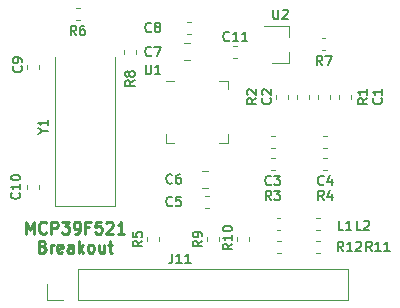
<source format=gto>
%TF.GenerationSoftware,KiCad,Pcbnew,(5.99.0-8018-g9a0f685a75)*%
%TF.CreationDate,2021-08-15T15:04:04+09:30*%
%TF.ProjectId,MCP39F521_Breakout,4d435033-3946-4353-9231-5f427265616b,rev?*%
%TF.SameCoordinates,Original*%
%TF.FileFunction,Legend,Top*%
%TF.FilePolarity,Positive*%
%FSLAX46Y46*%
G04 Gerber Fmt 4.6, Leading zero omitted, Abs format (unit mm)*
G04 Created by KiCad (PCBNEW (5.99.0-8018-g9a0f685a75)) date 2021-08-15 15:04:04*
%MOMM*%
%LPD*%
G01*
G04 APERTURE LIST*
%ADD10C,0.250000*%
%ADD11C,0.200000*%
%ADD12C,0.120000*%
G04 APERTURE END LIST*
D10*
X117523142Y-118265380D02*
X117523142Y-117265380D01*
X117856476Y-117979666D01*
X118189809Y-117265380D01*
X118189809Y-118265380D01*
X119237428Y-118170142D02*
X119189809Y-118217761D01*
X119046952Y-118265380D01*
X118951714Y-118265380D01*
X118808857Y-118217761D01*
X118713619Y-118122523D01*
X118666000Y-118027285D01*
X118618380Y-117836809D01*
X118618380Y-117693952D01*
X118666000Y-117503476D01*
X118713619Y-117408238D01*
X118808857Y-117313000D01*
X118951714Y-117265380D01*
X119046952Y-117265380D01*
X119189809Y-117313000D01*
X119237428Y-117360619D01*
X119666000Y-118265380D02*
X119666000Y-117265380D01*
X120046952Y-117265380D01*
X120142190Y-117313000D01*
X120189809Y-117360619D01*
X120237428Y-117455857D01*
X120237428Y-117598714D01*
X120189809Y-117693952D01*
X120142190Y-117741571D01*
X120046952Y-117789190D01*
X119666000Y-117789190D01*
X120570761Y-117265380D02*
X121189809Y-117265380D01*
X120856476Y-117646333D01*
X120999333Y-117646333D01*
X121094571Y-117693952D01*
X121142190Y-117741571D01*
X121189809Y-117836809D01*
X121189809Y-118074904D01*
X121142190Y-118170142D01*
X121094571Y-118217761D01*
X120999333Y-118265380D01*
X120713619Y-118265380D01*
X120618380Y-118217761D01*
X120570761Y-118170142D01*
X121666000Y-118265380D02*
X121856476Y-118265380D01*
X121951714Y-118217761D01*
X121999333Y-118170142D01*
X122094571Y-118027285D01*
X122142190Y-117836809D01*
X122142190Y-117455857D01*
X122094571Y-117360619D01*
X122046952Y-117313000D01*
X121951714Y-117265380D01*
X121761238Y-117265380D01*
X121666000Y-117313000D01*
X121618380Y-117360619D01*
X121570761Y-117455857D01*
X121570761Y-117693952D01*
X121618380Y-117789190D01*
X121666000Y-117836809D01*
X121761238Y-117884428D01*
X121951714Y-117884428D01*
X122046952Y-117836809D01*
X122094571Y-117789190D01*
X122142190Y-117693952D01*
X122904095Y-117741571D02*
X122570761Y-117741571D01*
X122570761Y-118265380D02*
X122570761Y-117265380D01*
X123046952Y-117265380D01*
X123904095Y-117265380D02*
X123427904Y-117265380D01*
X123380285Y-117741571D01*
X123427904Y-117693952D01*
X123523142Y-117646333D01*
X123761238Y-117646333D01*
X123856476Y-117693952D01*
X123904095Y-117741571D01*
X123951714Y-117836809D01*
X123951714Y-118074904D01*
X123904095Y-118170142D01*
X123856476Y-118217761D01*
X123761238Y-118265380D01*
X123523142Y-118265380D01*
X123427904Y-118217761D01*
X123380285Y-118170142D01*
X124332666Y-117360619D02*
X124380285Y-117313000D01*
X124475523Y-117265380D01*
X124713619Y-117265380D01*
X124808857Y-117313000D01*
X124856476Y-117360619D01*
X124904095Y-117455857D01*
X124904095Y-117551095D01*
X124856476Y-117693952D01*
X124285047Y-118265380D01*
X124904095Y-118265380D01*
X125856476Y-118265380D02*
X125285047Y-118265380D01*
X125570761Y-118265380D02*
X125570761Y-117265380D01*
X125475523Y-117408238D01*
X125380285Y-117503476D01*
X125285047Y-117551095D01*
X118951714Y-119351571D02*
X119094571Y-119399190D01*
X119142190Y-119446809D01*
X119189809Y-119542047D01*
X119189809Y-119684904D01*
X119142190Y-119780142D01*
X119094571Y-119827761D01*
X118999333Y-119875380D01*
X118618380Y-119875380D01*
X118618380Y-118875380D01*
X118951714Y-118875380D01*
X119046952Y-118923000D01*
X119094571Y-118970619D01*
X119142190Y-119065857D01*
X119142190Y-119161095D01*
X119094571Y-119256333D01*
X119046952Y-119303952D01*
X118951714Y-119351571D01*
X118618380Y-119351571D01*
X119618380Y-119875380D02*
X119618380Y-119208714D01*
X119618380Y-119399190D02*
X119666000Y-119303952D01*
X119713619Y-119256333D01*
X119808857Y-119208714D01*
X119904095Y-119208714D01*
X120618380Y-119827761D02*
X120523142Y-119875380D01*
X120332666Y-119875380D01*
X120237428Y-119827761D01*
X120189809Y-119732523D01*
X120189809Y-119351571D01*
X120237428Y-119256333D01*
X120332666Y-119208714D01*
X120523142Y-119208714D01*
X120618380Y-119256333D01*
X120666000Y-119351571D01*
X120666000Y-119446809D01*
X120189809Y-119542047D01*
X121523142Y-119875380D02*
X121523142Y-119351571D01*
X121475523Y-119256333D01*
X121380285Y-119208714D01*
X121189809Y-119208714D01*
X121094571Y-119256333D01*
X121523142Y-119827761D02*
X121427904Y-119875380D01*
X121189809Y-119875380D01*
X121094571Y-119827761D01*
X121046952Y-119732523D01*
X121046952Y-119637285D01*
X121094571Y-119542047D01*
X121189809Y-119494428D01*
X121427904Y-119494428D01*
X121523142Y-119446809D01*
X121999333Y-119875380D02*
X121999333Y-118875380D01*
X122094571Y-119494428D02*
X122380285Y-119875380D01*
X122380285Y-119208714D02*
X121999333Y-119589666D01*
X122951714Y-119875380D02*
X122856476Y-119827761D01*
X122808857Y-119780142D01*
X122761238Y-119684904D01*
X122761238Y-119399190D01*
X122808857Y-119303952D01*
X122856476Y-119256333D01*
X122951714Y-119208714D01*
X123094571Y-119208714D01*
X123189809Y-119256333D01*
X123237428Y-119303952D01*
X123285047Y-119399190D01*
X123285047Y-119684904D01*
X123237428Y-119780142D01*
X123189809Y-119827761D01*
X123094571Y-119875380D01*
X122951714Y-119875380D01*
X124142190Y-119208714D02*
X124142190Y-119875380D01*
X123713619Y-119208714D02*
X123713619Y-119732523D01*
X123761238Y-119827761D01*
X123856476Y-119875380D01*
X123999333Y-119875380D01*
X124094571Y-119827761D01*
X124142190Y-119780142D01*
X124475523Y-119208714D02*
X124856476Y-119208714D01*
X124618380Y-118875380D02*
X124618380Y-119732523D01*
X124666000Y-119827761D01*
X124761238Y-119875380D01*
X124856476Y-119875380D01*
D11*
%TO.C,R4*%
X142741666Y-115423904D02*
X142475000Y-115042952D01*
X142284523Y-115423904D02*
X142284523Y-114623904D01*
X142589285Y-114623904D01*
X142665476Y-114662000D01*
X142703571Y-114700095D01*
X142741666Y-114776285D01*
X142741666Y-114890571D01*
X142703571Y-114966761D01*
X142665476Y-115004857D01*
X142589285Y-115042952D01*
X142284523Y-115042952D01*
X143427380Y-114890571D02*
X143427380Y-115423904D01*
X143236904Y-114585809D02*
X143046428Y-115157238D01*
X143541666Y-115157238D01*
%TO.C,R7*%
X142614166Y-103993904D02*
X142347500Y-103612952D01*
X142157023Y-103993904D02*
X142157023Y-103193904D01*
X142461785Y-103193904D01*
X142537976Y-103232000D01*
X142576071Y-103270095D01*
X142614166Y-103346285D01*
X142614166Y-103460571D01*
X142576071Y-103536761D01*
X142537976Y-103574857D01*
X142461785Y-103612952D01*
X142157023Y-103612952D01*
X142880833Y-103193904D02*
X143414166Y-103193904D01*
X143071309Y-103993904D01*
%TO.C,R1*%
X146411904Y-106813333D02*
X146030952Y-107080000D01*
X146411904Y-107270476D02*
X145611904Y-107270476D01*
X145611904Y-106965714D01*
X145650000Y-106889523D01*
X145688095Y-106851428D01*
X145764285Y-106813333D01*
X145878571Y-106813333D01*
X145954761Y-106851428D01*
X145992857Y-106889523D01*
X146030952Y-106965714D01*
X146030952Y-107270476D01*
X146411904Y-106051428D02*
X146411904Y-106508571D01*
X146411904Y-106280000D02*
X145611904Y-106280000D01*
X145726190Y-106356190D01*
X145802380Y-106432380D01*
X145840476Y-106508571D01*
%TO.C,R5*%
X127361904Y-118878333D02*
X126980952Y-119145000D01*
X127361904Y-119335476D02*
X126561904Y-119335476D01*
X126561904Y-119030714D01*
X126600000Y-118954523D01*
X126638095Y-118916428D01*
X126714285Y-118878333D01*
X126828571Y-118878333D01*
X126904761Y-118916428D01*
X126942857Y-118954523D01*
X126980952Y-119030714D01*
X126980952Y-119335476D01*
X126561904Y-118154523D02*
X126561904Y-118535476D01*
X126942857Y-118573571D01*
X126904761Y-118535476D01*
X126866666Y-118459285D01*
X126866666Y-118268809D01*
X126904761Y-118192619D01*
X126942857Y-118154523D01*
X127019047Y-118116428D01*
X127209523Y-118116428D01*
X127285714Y-118154523D01*
X127323809Y-118192619D01*
X127361904Y-118268809D01*
X127361904Y-118459285D01*
X127323809Y-118535476D01*
X127285714Y-118573571D01*
%TO.C,R12*%
X144392714Y-119741904D02*
X144126047Y-119360952D01*
X143935571Y-119741904D02*
X143935571Y-118941904D01*
X144240333Y-118941904D01*
X144316523Y-118980000D01*
X144354619Y-119018095D01*
X144392714Y-119094285D01*
X144392714Y-119208571D01*
X144354619Y-119284761D01*
X144316523Y-119322857D01*
X144240333Y-119360952D01*
X143935571Y-119360952D01*
X145154619Y-119741904D02*
X144697476Y-119741904D01*
X144926047Y-119741904D02*
X144926047Y-118941904D01*
X144849857Y-119056190D01*
X144773666Y-119132380D01*
X144697476Y-119170476D01*
X145459380Y-119018095D02*
X145497476Y-118980000D01*
X145573666Y-118941904D01*
X145764142Y-118941904D01*
X145840333Y-118980000D01*
X145878428Y-119018095D01*
X145916523Y-119094285D01*
X145916523Y-119170476D01*
X145878428Y-119284761D01*
X145421285Y-119741904D01*
X145916523Y-119741904D01*
%TO.C,C5*%
X129914666Y-115855714D02*
X129876571Y-115893809D01*
X129762285Y-115931904D01*
X129686095Y-115931904D01*
X129571809Y-115893809D01*
X129495619Y-115817619D01*
X129457523Y-115741428D01*
X129419428Y-115589047D01*
X129419428Y-115474761D01*
X129457523Y-115322380D01*
X129495619Y-115246190D01*
X129571809Y-115170000D01*
X129686095Y-115131904D01*
X129762285Y-115131904D01*
X129876571Y-115170000D01*
X129914666Y-115208095D01*
X130638476Y-115131904D02*
X130257523Y-115131904D01*
X130219428Y-115512857D01*
X130257523Y-115474761D01*
X130333714Y-115436666D01*
X130524190Y-115436666D01*
X130600380Y-115474761D01*
X130638476Y-115512857D01*
X130676571Y-115589047D01*
X130676571Y-115779523D01*
X130638476Y-115855714D01*
X130600380Y-115893809D01*
X130524190Y-115931904D01*
X130333714Y-115931904D01*
X130257523Y-115893809D01*
X130219428Y-115855714D01*
%TO.C,L2*%
X145916666Y-117963904D02*
X145535714Y-117963904D01*
X145535714Y-117163904D01*
X146145238Y-117240095D02*
X146183333Y-117202000D01*
X146259523Y-117163904D01*
X146450000Y-117163904D01*
X146526190Y-117202000D01*
X146564285Y-117240095D01*
X146602380Y-117316285D01*
X146602380Y-117392476D01*
X146564285Y-117506761D01*
X146107142Y-117963904D01*
X146602380Y-117963904D01*
%TO.C,Y1*%
X118985952Y-109600952D02*
X119366904Y-109600952D01*
X118566904Y-109867619D02*
X118985952Y-109600952D01*
X118566904Y-109334285D01*
X119366904Y-108648571D02*
X119366904Y-109105714D01*
X119366904Y-108877142D02*
X118566904Y-108877142D01*
X118681190Y-108953333D01*
X118757380Y-109029523D01*
X118795476Y-109105714D01*
%TO.C,R6*%
X121786666Y-101453904D02*
X121520000Y-101072952D01*
X121329523Y-101453904D02*
X121329523Y-100653904D01*
X121634285Y-100653904D01*
X121710476Y-100692000D01*
X121748571Y-100730095D01*
X121786666Y-100806285D01*
X121786666Y-100920571D01*
X121748571Y-100996761D01*
X121710476Y-101034857D01*
X121634285Y-101072952D01*
X121329523Y-101072952D01*
X122472380Y-100653904D02*
X122320000Y-100653904D01*
X122243809Y-100692000D01*
X122205714Y-100730095D01*
X122129523Y-100844380D01*
X122091428Y-100996761D01*
X122091428Y-101301523D01*
X122129523Y-101377714D01*
X122167619Y-101415809D01*
X122243809Y-101453904D01*
X122396190Y-101453904D01*
X122472380Y-101415809D01*
X122510476Y-101377714D01*
X122548571Y-101301523D01*
X122548571Y-101111047D01*
X122510476Y-101034857D01*
X122472380Y-100996761D01*
X122396190Y-100958666D01*
X122243809Y-100958666D01*
X122167619Y-100996761D01*
X122129523Y-101034857D01*
X122091428Y-101111047D01*
%TO.C,C8*%
X128136666Y-101123714D02*
X128098571Y-101161809D01*
X127984285Y-101199904D01*
X127908095Y-101199904D01*
X127793809Y-101161809D01*
X127717619Y-101085619D01*
X127679523Y-101009428D01*
X127641428Y-100857047D01*
X127641428Y-100742761D01*
X127679523Y-100590380D01*
X127717619Y-100514190D01*
X127793809Y-100438000D01*
X127908095Y-100399904D01*
X127984285Y-100399904D01*
X128098571Y-100438000D01*
X128136666Y-100476095D01*
X128593809Y-100742761D02*
X128517619Y-100704666D01*
X128479523Y-100666571D01*
X128441428Y-100590380D01*
X128441428Y-100552285D01*
X128479523Y-100476095D01*
X128517619Y-100438000D01*
X128593809Y-100399904D01*
X128746190Y-100399904D01*
X128822380Y-100438000D01*
X128860476Y-100476095D01*
X128898571Y-100552285D01*
X128898571Y-100590380D01*
X128860476Y-100666571D01*
X128822380Y-100704666D01*
X128746190Y-100742761D01*
X128593809Y-100742761D01*
X128517619Y-100780857D01*
X128479523Y-100818952D01*
X128441428Y-100895142D01*
X128441428Y-101047523D01*
X128479523Y-101123714D01*
X128517619Y-101161809D01*
X128593809Y-101199904D01*
X128746190Y-101199904D01*
X128822380Y-101161809D01*
X128860476Y-101123714D01*
X128898571Y-101047523D01*
X128898571Y-100895142D01*
X128860476Y-100818952D01*
X128822380Y-100780857D01*
X128746190Y-100742761D01*
%TO.C,C2*%
X138207714Y-106813333D02*
X138245809Y-106851428D01*
X138283904Y-106965714D01*
X138283904Y-107041904D01*
X138245809Y-107156190D01*
X138169619Y-107232380D01*
X138093428Y-107270476D01*
X137941047Y-107308571D01*
X137826761Y-107308571D01*
X137674380Y-107270476D01*
X137598190Y-107232380D01*
X137522000Y-107156190D01*
X137483904Y-107041904D01*
X137483904Y-106965714D01*
X137522000Y-106851428D01*
X137560095Y-106813333D01*
X137560095Y-106508571D02*
X137522000Y-106470476D01*
X137483904Y-106394285D01*
X137483904Y-106203809D01*
X137522000Y-106127619D01*
X137560095Y-106089523D01*
X137636285Y-106051428D01*
X137712476Y-106051428D01*
X137826761Y-106089523D01*
X138283904Y-106546666D01*
X138283904Y-106051428D01*
%TO.C,C3*%
X138296666Y-114077714D02*
X138258571Y-114115809D01*
X138144285Y-114153904D01*
X138068095Y-114153904D01*
X137953809Y-114115809D01*
X137877619Y-114039619D01*
X137839523Y-113963428D01*
X137801428Y-113811047D01*
X137801428Y-113696761D01*
X137839523Y-113544380D01*
X137877619Y-113468190D01*
X137953809Y-113392000D01*
X138068095Y-113353904D01*
X138144285Y-113353904D01*
X138258571Y-113392000D01*
X138296666Y-113430095D01*
X138563333Y-113353904D02*
X139058571Y-113353904D01*
X138791904Y-113658666D01*
X138906190Y-113658666D01*
X138982380Y-113696761D01*
X139020476Y-113734857D01*
X139058571Y-113811047D01*
X139058571Y-114001523D01*
X139020476Y-114077714D01*
X138982380Y-114115809D01*
X138906190Y-114153904D01*
X138677619Y-114153904D01*
X138601428Y-114115809D01*
X138563333Y-114077714D01*
%TO.C,C7*%
X128136166Y-103155714D02*
X128098071Y-103193809D01*
X127983785Y-103231904D01*
X127907595Y-103231904D01*
X127793309Y-103193809D01*
X127717119Y-103117619D01*
X127679023Y-103041428D01*
X127640928Y-102889047D01*
X127640928Y-102774761D01*
X127679023Y-102622380D01*
X127717119Y-102546190D01*
X127793309Y-102470000D01*
X127907595Y-102431904D01*
X127983785Y-102431904D01*
X128098071Y-102470000D01*
X128136166Y-102508095D01*
X128402833Y-102431904D02*
X128936166Y-102431904D01*
X128593309Y-103231904D01*
%TO.C,R9*%
X132441904Y-118878333D02*
X132060952Y-119145000D01*
X132441904Y-119335476D02*
X131641904Y-119335476D01*
X131641904Y-119030714D01*
X131680000Y-118954523D01*
X131718095Y-118916428D01*
X131794285Y-118878333D01*
X131908571Y-118878333D01*
X131984761Y-118916428D01*
X132022857Y-118954523D01*
X132060952Y-119030714D01*
X132060952Y-119335476D01*
X132441904Y-118497380D02*
X132441904Y-118345000D01*
X132403809Y-118268809D01*
X132365714Y-118230714D01*
X132251428Y-118154523D01*
X132099047Y-118116428D01*
X131794285Y-118116428D01*
X131718095Y-118154523D01*
X131680000Y-118192619D01*
X131641904Y-118268809D01*
X131641904Y-118421190D01*
X131680000Y-118497380D01*
X131718095Y-118535476D01*
X131794285Y-118573571D01*
X131984761Y-118573571D01*
X132060952Y-118535476D01*
X132099047Y-118497380D01*
X132137142Y-118421190D01*
X132137142Y-118268809D01*
X132099047Y-118192619D01*
X132060952Y-118154523D01*
X131984761Y-118116428D01*
%TO.C,J11*%
X129908380Y-119957904D02*
X129908380Y-120529333D01*
X129870285Y-120643619D01*
X129794095Y-120719809D01*
X129679809Y-120757904D01*
X129603619Y-120757904D01*
X130708380Y-120757904D02*
X130251238Y-120757904D01*
X130479809Y-120757904D02*
X130479809Y-119957904D01*
X130403619Y-120072190D01*
X130327428Y-120148380D01*
X130251238Y-120186476D01*
X131470285Y-120757904D02*
X131013142Y-120757904D01*
X131241714Y-120757904D02*
X131241714Y-119957904D01*
X131165523Y-120072190D01*
X131089333Y-120148380D01*
X131013142Y-120186476D01*
%TO.C,R11*%
X146805714Y-119741904D02*
X146539047Y-119360952D01*
X146348571Y-119741904D02*
X146348571Y-118941904D01*
X146653333Y-118941904D01*
X146729523Y-118980000D01*
X146767619Y-119018095D01*
X146805714Y-119094285D01*
X146805714Y-119208571D01*
X146767619Y-119284761D01*
X146729523Y-119322857D01*
X146653333Y-119360952D01*
X146348571Y-119360952D01*
X147567619Y-119741904D02*
X147110476Y-119741904D01*
X147339047Y-119741904D02*
X147339047Y-118941904D01*
X147262857Y-119056190D01*
X147186666Y-119132380D01*
X147110476Y-119170476D01*
X148329523Y-119741904D02*
X147872380Y-119741904D01*
X148100952Y-119741904D02*
X148100952Y-118941904D01*
X148024761Y-119056190D01*
X147948571Y-119132380D01*
X147872380Y-119170476D01*
%TO.C,U2*%
X138455476Y-99296904D02*
X138455476Y-99944523D01*
X138493571Y-100020714D01*
X138531666Y-100058809D01*
X138607857Y-100096904D01*
X138760238Y-100096904D01*
X138836428Y-100058809D01*
X138874523Y-100020714D01*
X138912619Y-99944523D01*
X138912619Y-99296904D01*
X139255476Y-99373095D02*
X139293571Y-99335000D01*
X139369761Y-99296904D01*
X139560238Y-99296904D01*
X139636428Y-99335000D01*
X139674523Y-99373095D01*
X139712619Y-99449285D01*
X139712619Y-99525476D01*
X139674523Y-99639761D01*
X139217380Y-100096904D01*
X139712619Y-100096904D01*
%TO.C,R10*%
X134981904Y-119132285D02*
X134600952Y-119398952D01*
X134981904Y-119589428D02*
X134181904Y-119589428D01*
X134181904Y-119284666D01*
X134220000Y-119208476D01*
X134258095Y-119170380D01*
X134334285Y-119132285D01*
X134448571Y-119132285D01*
X134524761Y-119170380D01*
X134562857Y-119208476D01*
X134600952Y-119284666D01*
X134600952Y-119589428D01*
X134981904Y-118370380D02*
X134981904Y-118827523D01*
X134981904Y-118598952D02*
X134181904Y-118598952D01*
X134296190Y-118675142D01*
X134372380Y-118751333D01*
X134410476Y-118827523D01*
X134181904Y-117875142D02*
X134181904Y-117798952D01*
X134220000Y-117722761D01*
X134258095Y-117684666D01*
X134334285Y-117646571D01*
X134486666Y-117608476D01*
X134677142Y-117608476D01*
X134829523Y-117646571D01*
X134905714Y-117684666D01*
X134943809Y-117722761D01*
X134981904Y-117798952D01*
X134981904Y-117875142D01*
X134943809Y-117951333D01*
X134905714Y-117989428D01*
X134829523Y-118027523D01*
X134677142Y-118065619D01*
X134486666Y-118065619D01*
X134334285Y-118027523D01*
X134258095Y-117989428D01*
X134220000Y-117951333D01*
X134181904Y-117875142D01*
%TO.C,C9*%
X117125714Y-104110554D02*
X117163809Y-104148649D01*
X117201904Y-104262935D01*
X117201904Y-104339125D01*
X117163809Y-104453411D01*
X117087619Y-104529601D01*
X117011428Y-104567697D01*
X116859047Y-104605792D01*
X116744761Y-104605792D01*
X116592380Y-104567697D01*
X116516190Y-104529601D01*
X116440000Y-104453411D01*
X116401904Y-104339125D01*
X116401904Y-104262935D01*
X116440000Y-104148649D01*
X116478095Y-104110554D01*
X117201904Y-103729601D02*
X117201904Y-103577221D01*
X117163809Y-103501030D01*
X117125714Y-103462935D01*
X117011428Y-103386744D01*
X116859047Y-103348649D01*
X116554285Y-103348649D01*
X116478095Y-103386744D01*
X116440000Y-103424840D01*
X116401904Y-103501030D01*
X116401904Y-103653411D01*
X116440000Y-103729601D01*
X116478095Y-103767697D01*
X116554285Y-103805792D01*
X116744761Y-103805792D01*
X116820952Y-103767697D01*
X116859047Y-103729601D01*
X116897142Y-103653411D01*
X116897142Y-103501030D01*
X116859047Y-103424840D01*
X116820952Y-103386744D01*
X116744761Y-103348649D01*
%TO.C,R2*%
X137013904Y-106813333D02*
X136632952Y-107080000D01*
X137013904Y-107270476D02*
X136213904Y-107270476D01*
X136213904Y-106965714D01*
X136252000Y-106889523D01*
X136290095Y-106851428D01*
X136366285Y-106813333D01*
X136480571Y-106813333D01*
X136556761Y-106851428D01*
X136594857Y-106889523D01*
X136632952Y-106965714D01*
X136632952Y-107270476D01*
X136290095Y-106508571D02*
X136252000Y-106470476D01*
X136213904Y-106394285D01*
X136213904Y-106203809D01*
X136252000Y-106127619D01*
X136290095Y-106089523D01*
X136366285Y-106051428D01*
X136442476Y-106051428D01*
X136556761Y-106089523D01*
X137013904Y-106546666D01*
X137013904Y-106051428D01*
%TO.C,C6*%
X129914666Y-113950714D02*
X129876571Y-113988809D01*
X129762285Y-114026904D01*
X129686095Y-114026904D01*
X129571809Y-113988809D01*
X129495619Y-113912619D01*
X129457523Y-113836428D01*
X129419428Y-113684047D01*
X129419428Y-113569761D01*
X129457523Y-113417380D01*
X129495619Y-113341190D01*
X129571809Y-113265000D01*
X129686095Y-113226904D01*
X129762285Y-113226904D01*
X129876571Y-113265000D01*
X129914666Y-113303095D01*
X130600380Y-113226904D02*
X130448000Y-113226904D01*
X130371809Y-113265000D01*
X130333714Y-113303095D01*
X130257523Y-113417380D01*
X130219428Y-113569761D01*
X130219428Y-113874523D01*
X130257523Y-113950714D01*
X130295619Y-113988809D01*
X130371809Y-114026904D01*
X130524190Y-114026904D01*
X130600380Y-113988809D01*
X130638476Y-113950714D01*
X130676571Y-113874523D01*
X130676571Y-113684047D01*
X130638476Y-113607857D01*
X130600380Y-113569761D01*
X130524190Y-113531666D01*
X130371809Y-113531666D01*
X130295619Y-113569761D01*
X130257523Y-113607857D01*
X130219428Y-113684047D01*
%TO.C,C4*%
X142741666Y-114077714D02*
X142703571Y-114115809D01*
X142589285Y-114153904D01*
X142513095Y-114153904D01*
X142398809Y-114115809D01*
X142322619Y-114039619D01*
X142284523Y-113963428D01*
X142246428Y-113811047D01*
X142246428Y-113696761D01*
X142284523Y-113544380D01*
X142322619Y-113468190D01*
X142398809Y-113392000D01*
X142513095Y-113353904D01*
X142589285Y-113353904D01*
X142703571Y-113392000D01*
X142741666Y-113430095D01*
X143427380Y-113620571D02*
X143427380Y-114153904D01*
X143236904Y-113315809D02*
X143046428Y-113887238D01*
X143541666Y-113887238D01*
%TO.C,L1*%
X144392166Y-117963904D02*
X144011214Y-117963904D01*
X144011214Y-117163904D01*
X145077880Y-117963904D02*
X144620738Y-117963904D01*
X144849309Y-117963904D02*
X144849309Y-117163904D01*
X144773119Y-117278190D01*
X144696928Y-117354380D01*
X144620738Y-117392476D01*
%TO.C,C10*%
X116965714Y-114814285D02*
X117003809Y-114852380D01*
X117041904Y-114966666D01*
X117041904Y-115042857D01*
X117003809Y-115157142D01*
X116927619Y-115233333D01*
X116851428Y-115271428D01*
X116699047Y-115309523D01*
X116584761Y-115309523D01*
X116432380Y-115271428D01*
X116356190Y-115233333D01*
X116280000Y-115157142D01*
X116241904Y-115042857D01*
X116241904Y-114966666D01*
X116280000Y-114852380D01*
X116318095Y-114814285D01*
X117041904Y-114052380D02*
X117041904Y-114509523D01*
X117041904Y-114280952D02*
X116241904Y-114280952D01*
X116356190Y-114357142D01*
X116432380Y-114433333D01*
X116470476Y-114509523D01*
X116241904Y-113557142D02*
X116241904Y-113480952D01*
X116280000Y-113404761D01*
X116318095Y-113366666D01*
X116394285Y-113328571D01*
X116546666Y-113290476D01*
X116737142Y-113290476D01*
X116889523Y-113328571D01*
X116965714Y-113366666D01*
X117003809Y-113404761D01*
X117041904Y-113480952D01*
X117041904Y-113557142D01*
X117003809Y-113633333D01*
X116965714Y-113671428D01*
X116889523Y-113709523D01*
X116737142Y-113747619D01*
X116546666Y-113747619D01*
X116394285Y-113709523D01*
X116318095Y-113671428D01*
X116280000Y-113633333D01*
X116241904Y-113557142D01*
%TO.C,C1*%
X147605714Y-106813333D02*
X147643809Y-106851428D01*
X147681904Y-106965714D01*
X147681904Y-107041904D01*
X147643809Y-107156190D01*
X147567619Y-107232380D01*
X147491428Y-107270476D01*
X147339047Y-107308571D01*
X147224761Y-107308571D01*
X147072380Y-107270476D01*
X146996190Y-107232380D01*
X146920000Y-107156190D01*
X146881904Y-107041904D01*
X146881904Y-106965714D01*
X146920000Y-106851428D01*
X146958095Y-106813333D01*
X147681904Y-106051428D02*
X147681904Y-106508571D01*
X147681904Y-106280000D02*
X146881904Y-106280000D01*
X146996190Y-106356190D01*
X147072380Y-106432380D01*
X147110476Y-106508571D01*
%TO.C,R3*%
X138296666Y-115423904D02*
X138030000Y-115042952D01*
X137839523Y-115423904D02*
X137839523Y-114623904D01*
X138144285Y-114623904D01*
X138220476Y-114662000D01*
X138258571Y-114700095D01*
X138296666Y-114776285D01*
X138296666Y-114890571D01*
X138258571Y-114966761D01*
X138220476Y-115004857D01*
X138144285Y-115042952D01*
X137839523Y-115042952D01*
X138563333Y-114623904D02*
X139058571Y-114623904D01*
X138791904Y-114928666D01*
X138906190Y-114928666D01*
X138982380Y-114966761D01*
X139020476Y-115004857D01*
X139058571Y-115081047D01*
X139058571Y-115271523D01*
X139020476Y-115347714D01*
X138982380Y-115385809D01*
X138906190Y-115423904D01*
X138677619Y-115423904D01*
X138601428Y-115385809D01*
X138563333Y-115347714D01*
%TO.C,R8*%
X126726904Y-105289333D02*
X126345952Y-105556000D01*
X126726904Y-105746476D02*
X125926904Y-105746476D01*
X125926904Y-105441714D01*
X125965000Y-105365523D01*
X126003095Y-105327428D01*
X126079285Y-105289333D01*
X126193571Y-105289333D01*
X126269761Y-105327428D01*
X126307857Y-105365523D01*
X126345952Y-105441714D01*
X126345952Y-105746476D01*
X126269761Y-104832190D02*
X126231666Y-104908380D01*
X126193571Y-104946476D01*
X126117380Y-104984571D01*
X126079285Y-104984571D01*
X126003095Y-104946476D01*
X125965000Y-104908380D01*
X125926904Y-104832190D01*
X125926904Y-104679809D01*
X125965000Y-104603619D01*
X126003095Y-104565523D01*
X126079285Y-104527428D01*
X126117380Y-104527428D01*
X126193571Y-104565523D01*
X126231666Y-104603619D01*
X126269761Y-104679809D01*
X126269761Y-104832190D01*
X126307857Y-104908380D01*
X126345952Y-104946476D01*
X126422142Y-104984571D01*
X126574523Y-104984571D01*
X126650714Y-104946476D01*
X126688809Y-104908380D01*
X126726904Y-104832190D01*
X126726904Y-104679809D01*
X126688809Y-104603619D01*
X126650714Y-104565523D01*
X126574523Y-104527428D01*
X126422142Y-104527428D01*
X126345952Y-104565523D01*
X126307857Y-104603619D01*
X126269761Y-104679809D01*
%TO.C,U1*%
X127660476Y-103955904D02*
X127660476Y-104603523D01*
X127698571Y-104679714D01*
X127736666Y-104717809D01*
X127812857Y-104755904D01*
X127965238Y-104755904D01*
X128041428Y-104717809D01*
X128079523Y-104679714D01*
X128117619Y-104603523D01*
X128117619Y-103955904D01*
X128917619Y-104755904D02*
X128460476Y-104755904D01*
X128689047Y-104755904D02*
X128689047Y-103955904D01*
X128612857Y-104070190D01*
X128536666Y-104146380D01*
X128460476Y-104184476D01*
%TO.C,C11*%
X134740714Y-101885714D02*
X134702619Y-101923809D01*
X134588333Y-101961904D01*
X134512142Y-101961904D01*
X134397857Y-101923809D01*
X134321666Y-101847619D01*
X134283571Y-101771428D01*
X134245476Y-101619047D01*
X134245476Y-101504761D01*
X134283571Y-101352380D01*
X134321666Y-101276190D01*
X134397857Y-101200000D01*
X134512142Y-101161904D01*
X134588333Y-101161904D01*
X134702619Y-101200000D01*
X134740714Y-101238095D01*
X135502619Y-101961904D02*
X135045476Y-101961904D01*
X135274047Y-101961904D02*
X135274047Y-101161904D01*
X135197857Y-101276190D01*
X135121666Y-101352380D01*
X135045476Y-101390476D01*
X136264523Y-101961904D02*
X135807380Y-101961904D01*
X136035952Y-101961904D02*
X136035952Y-101161904D01*
X135959761Y-101276190D01*
X135883571Y-101352380D01*
X135807380Y-101390476D01*
D12*
%TO.C,R4*%
X142712221Y-111885000D02*
X143037779Y-111885000D01*
X142712221Y-112905000D02*
X143037779Y-112905000D01*
%TO.C,R7*%
X142559221Y-101725000D02*
X142884779Y-101725000D01*
X142559221Y-102745000D02*
X142884779Y-102745000D01*
%TO.C,R1*%
X142238000Y-106842779D02*
X142238000Y-106517221D01*
X143258000Y-106842779D02*
X143258000Y-106517221D01*
%TO.C,R5*%
X127760000Y-118582221D02*
X127760000Y-118907779D01*
X128780000Y-118582221D02*
X128780000Y-118907779D01*
%TO.C,R12*%
X138775221Y-118870000D02*
X139100779Y-118870000D01*
X138775221Y-119890000D02*
X139100779Y-119890000D01*
%TO.C,C5*%
X132679221Y-116080000D02*
X133004779Y-116080000D01*
X132679221Y-115060000D02*
X133004779Y-115060000D01*
%TO.C,L2*%
X142402779Y-116965000D02*
X142077221Y-116965000D01*
X142402779Y-117985000D02*
X142077221Y-117985000D01*
%TO.C,Y1*%
X120005000Y-115920000D02*
X125105000Y-115920000D01*
X125105000Y-115920000D02*
X125105000Y-103320000D01*
X120005000Y-103320000D02*
X120005000Y-115920000D01*
%TO.C,R6*%
X121757221Y-99185000D02*
X122082779Y-99185000D01*
X121757221Y-100205000D02*
X122082779Y-100205000D01*
%TO.C,C8*%
X131155221Y-100328000D02*
X131480779Y-100328000D01*
X131155221Y-101348000D02*
X131480779Y-101348000D01*
%TO.C,C2*%
X140460000Y-106842779D02*
X140460000Y-106517221D01*
X141480000Y-106842779D02*
X141480000Y-106517221D01*
%TO.C,C3*%
X138592779Y-109980000D02*
X138267221Y-109980000D01*
X138592779Y-111000000D02*
X138267221Y-111000000D01*
%TO.C,C7*%
X130883422Y-102160000D02*
X131400578Y-102160000D01*
X130883422Y-103580000D02*
X131400578Y-103580000D01*
%TO.C,R9*%
X133860000Y-118582221D02*
X133860000Y-118907779D01*
X132840000Y-118582221D02*
X132840000Y-118907779D01*
%TO.C,J11*%
X144840000Y-123885000D02*
X144840000Y-121225000D01*
X120650000Y-123885000D02*
X119320000Y-123885000D01*
X121920000Y-123885000D02*
X144840000Y-123885000D01*
X121920000Y-123885000D02*
X121920000Y-121225000D01*
X119320000Y-123885000D02*
X119320000Y-122555000D01*
X121920000Y-121225000D02*
X144840000Y-121225000D01*
%TO.C,R11*%
X142077221Y-118870000D02*
X142402779Y-118870000D01*
X142077221Y-119890000D02*
X142402779Y-119890000D01*
%TO.C,U2*%
X139825000Y-100655000D02*
X139825000Y-101585000D01*
X139825000Y-100655000D02*
X137665000Y-100655000D01*
X139825000Y-103815000D02*
X138365000Y-103815000D01*
X139825000Y-103815000D02*
X139825000Y-102885000D01*
%TO.C,R10*%
X136400000Y-118582221D02*
X136400000Y-118907779D01*
X135380000Y-118582221D02*
X135380000Y-118907779D01*
%TO.C,C9*%
X117600000Y-103977221D02*
X117600000Y-104302779D01*
X118620000Y-103977221D02*
X118620000Y-104302779D01*
%TO.C,R2*%
X138682000Y-106842779D02*
X138682000Y-106517221D01*
X139702000Y-106842779D02*
X139702000Y-106517221D01*
%TO.C,C6*%
X132456422Y-114375000D02*
X132973578Y-114375000D01*
X132456422Y-112955000D02*
X132973578Y-112955000D01*
%TO.C,C4*%
X143037779Y-111000000D02*
X142712221Y-111000000D01*
X143037779Y-109980000D02*
X142712221Y-109980000D01*
%TO.C,L1*%
X138749221Y-117985000D02*
X139074779Y-117985000D01*
X138749221Y-116965000D02*
X139074779Y-116965000D01*
%TO.C,C10*%
X117600000Y-114462779D02*
X117600000Y-114137221D01*
X118620000Y-114462779D02*
X118620000Y-114137221D01*
%TO.C,C1*%
X144016000Y-106842779D02*
X144016000Y-106517221D01*
X145036000Y-106842779D02*
X145036000Y-106517221D01*
%TO.C,R3*%
X138592779Y-111885000D02*
X138267221Y-111885000D01*
X138592779Y-112905000D02*
X138267221Y-112905000D01*
%TO.C,R8*%
X125855000Y-102707221D02*
X125855000Y-103032779D01*
X126875000Y-102707221D02*
X126875000Y-103032779D01*
%TO.C,U1*%
X133875000Y-105340000D02*
X134600000Y-105340000D01*
X134600000Y-110560000D02*
X134600000Y-109835000D01*
X133875000Y-110560000D02*
X134600000Y-110560000D01*
X130105000Y-105340000D02*
X129380000Y-105340000D01*
X129380000Y-110560000D02*
X129380000Y-109835000D01*
X130105000Y-110560000D02*
X129380000Y-110560000D01*
X134600000Y-105340000D02*
X134600000Y-106065000D01*
%TO.C,C11*%
X135417779Y-102360000D02*
X135092221Y-102360000D01*
X135417779Y-103380000D02*
X135092221Y-103380000D01*
%TD*%
M02*

</source>
